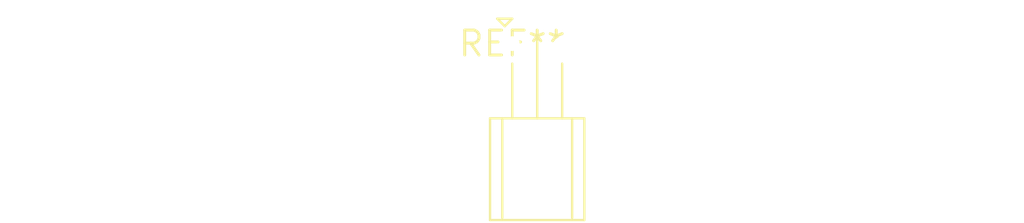
<source format=kicad_pcb>
(kicad_pcb (version 20240108) (generator pcbnew)
  (layers (0 "F.Cu" signal) (31 "B.Cu" signal) (34 "B.Paste" user) (35 "F.Paste" user) (36 "B.SilkS" user "B.Silkscreen") (37 "F.SilkS" user "F.Silkscreen") (38 "B.Mask" user) (39 "F.Mask" user) (44 "Edge.Cuts" user))
  (net 0 "")
  (footprint "TO-92_W4.0mm_StaggerEven_Horizontal_FlatSideDown" (layer "F.Cu") (at 0 0)
    (property "Reference" "REF**")
    (property "Value" "TO-92_W4.0mm_StaggerEven_Horizontal_FlatSideDown")
    (fp_line (start -1.13 3.81) (end 3.67 3.81) (layer "F.SilkS") (stroke (width 0.12)))
    (fp_line (start -1.13 9) (end -1.13 3.81) (layer "F.SilkS") (stroke (width 0.12)))
    (fp_line (start -0.762 -1.27) (end -0.381 -0.889) (layer "F.SilkS") (stroke (width 0.12)))
    (fp_line (start -0.508 3.81) (end -0.508 8.89) (layer "F.SilkS") (stroke (width 0.12)))
    (fp_line (start -0.381 -0.889) (end 0 -1.27) (layer "F.SilkS") (stroke (width 0.12)))
    (fp_line (start 0 -1.27) (end -0.762 -1.27) (layer "F.SilkS") (stroke (width 0.12)))
    (fp_line (start 0 1.02) (end 0 3.81) (layer "F.SilkS") (stroke (width 0.12)))
    (fp_line (start 1.27 -0.25) (end 1.27 3.81) (layer "F.SilkS") (stroke (width 0.12)))
    (fp_line (start 2.54 1.02) (end 2.54 3.81) (layer "F.SilkS") (stroke (width 0.12)))
    (fp_line (start 3.048 8.89) (end 3.048 3.81) (layer "F.SilkS") (stroke (width 0.12)))
    (fp_line (start 3.67 3.81) (end 3.67 9) (layer "F.SilkS") (stroke (width 0.12)))
    (fp_line (start 3.67 9) (end -1.13 9) (layer "F.SilkS") (stroke (width 0.12)))
    (pad "1" thru_hole rect (at 0 0 90) (size 1.3 1.3) (drill 0.75) (layers *.Cu *.Mask) (remove_unused_layers))
    (pad "2" thru_hole circle (at 1.27 -1.27 90) (size 1.3 1.3) (drill 0.75) (layers *.Cu *.Mask) (remove_unused_layers))
    (pad "3" thru_hole circle (at 2.54 0 90) (size 1.3 1.3) (drill 0.75) (layers *.Cu *.Mask) (remove_unused_layers))
  )
)
</source>
